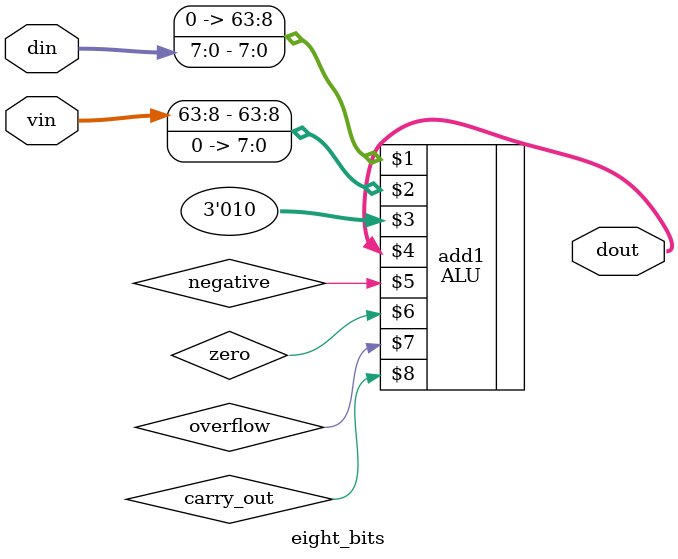
<source format=sv>
`timescale 1ns/1ps
module eight_bits(din, vin, dout);
input logic [63:0] din,vin;
output logic [63:0] dout;

logic negative, zero, overflow, carry_out;
ALU add1({56'b0,din[7:0]}, {vin[63:8],8'b0}, 3'b010, dout, negative, zero, overflow, carry_out);

endmodule

</source>
